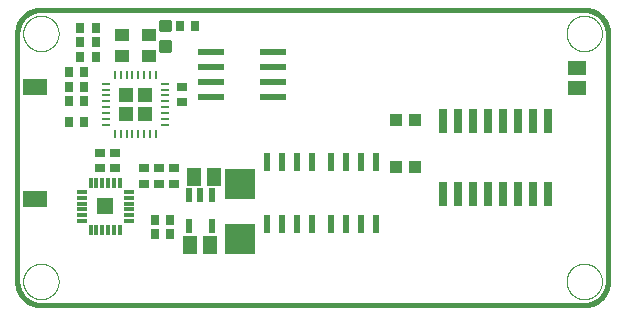
<source format=gtp>
G75*
%MOIN*%
%OFA0B0*%
%FSLAX25Y25*%
%IPPOS*%
%LPD*%
%AMOC8*
5,1,8,0,0,1.08239X$1,22.5*
%
%ADD10C,0.01600*%
%ADD11C,0.00000*%
%ADD12R,0.02362X0.06299*%
%ADD13R,0.05906X0.05118*%
%ADD14R,0.03543X0.02756*%
%ADD15R,0.02165X0.04724*%
%ADD16R,0.10000X0.10000*%
%ADD17R,0.05118X0.05906*%
%ADD18R,0.03937X0.03937*%
%ADD19R,0.01181X0.03346*%
%ADD20R,0.03346X0.01181*%
%ADD21R,0.05315X0.05315*%
%ADD22R,0.02756X0.03543*%
%ADD23R,0.03150X0.01120*%
%ADD24R,0.01120X0.03150*%
%ADD25R,0.05118X0.05118*%
%ADD26R,0.04724X0.04331*%
%ADD27R,0.08700X0.02400*%
%ADD28C,0.01181*%
%ADD29R,0.02600X0.08000*%
%ADD30R,0.07874X0.05512*%
D10*
X0017237Y0029063D02*
X0198339Y0029063D01*
X0198529Y0029065D01*
X0198719Y0029072D01*
X0198909Y0029084D01*
X0199099Y0029100D01*
X0199288Y0029120D01*
X0199477Y0029146D01*
X0199665Y0029175D01*
X0199852Y0029210D01*
X0200038Y0029249D01*
X0200223Y0029292D01*
X0200408Y0029340D01*
X0200591Y0029392D01*
X0200772Y0029448D01*
X0200952Y0029509D01*
X0201131Y0029575D01*
X0201308Y0029644D01*
X0201484Y0029718D01*
X0201657Y0029796D01*
X0201829Y0029879D01*
X0201998Y0029965D01*
X0202166Y0030055D01*
X0202331Y0030150D01*
X0202494Y0030248D01*
X0202654Y0030351D01*
X0202812Y0030457D01*
X0202967Y0030567D01*
X0203120Y0030680D01*
X0203270Y0030798D01*
X0203416Y0030919D01*
X0203560Y0031043D01*
X0203701Y0031171D01*
X0203839Y0031302D01*
X0203974Y0031437D01*
X0204105Y0031575D01*
X0204233Y0031716D01*
X0204357Y0031860D01*
X0204478Y0032006D01*
X0204596Y0032156D01*
X0204709Y0032309D01*
X0204819Y0032464D01*
X0204925Y0032622D01*
X0205028Y0032782D01*
X0205126Y0032945D01*
X0205221Y0033110D01*
X0205311Y0033278D01*
X0205397Y0033447D01*
X0205480Y0033619D01*
X0205558Y0033792D01*
X0205632Y0033968D01*
X0205701Y0034145D01*
X0205767Y0034324D01*
X0205828Y0034504D01*
X0205884Y0034685D01*
X0205936Y0034868D01*
X0205984Y0035053D01*
X0206027Y0035238D01*
X0206066Y0035424D01*
X0206101Y0035611D01*
X0206130Y0035799D01*
X0206156Y0035988D01*
X0206176Y0036177D01*
X0206192Y0036367D01*
X0206204Y0036557D01*
X0206211Y0036747D01*
X0206213Y0036937D01*
X0206213Y0119614D01*
X0206211Y0119804D01*
X0206204Y0119994D01*
X0206192Y0120184D01*
X0206176Y0120374D01*
X0206156Y0120563D01*
X0206130Y0120752D01*
X0206101Y0120940D01*
X0206066Y0121127D01*
X0206027Y0121313D01*
X0205984Y0121498D01*
X0205936Y0121683D01*
X0205884Y0121866D01*
X0205828Y0122047D01*
X0205767Y0122227D01*
X0205701Y0122406D01*
X0205632Y0122583D01*
X0205558Y0122759D01*
X0205480Y0122932D01*
X0205397Y0123104D01*
X0205311Y0123273D01*
X0205221Y0123441D01*
X0205126Y0123606D01*
X0205028Y0123769D01*
X0204925Y0123929D01*
X0204819Y0124087D01*
X0204709Y0124242D01*
X0204596Y0124395D01*
X0204478Y0124545D01*
X0204357Y0124691D01*
X0204233Y0124835D01*
X0204105Y0124976D01*
X0203974Y0125114D01*
X0203839Y0125249D01*
X0203701Y0125380D01*
X0203560Y0125508D01*
X0203416Y0125632D01*
X0203270Y0125753D01*
X0203120Y0125871D01*
X0202967Y0125984D01*
X0202812Y0126094D01*
X0202654Y0126200D01*
X0202494Y0126303D01*
X0202331Y0126401D01*
X0202166Y0126496D01*
X0201998Y0126586D01*
X0201829Y0126672D01*
X0201657Y0126755D01*
X0201484Y0126833D01*
X0201308Y0126907D01*
X0201131Y0126976D01*
X0200952Y0127042D01*
X0200772Y0127103D01*
X0200591Y0127159D01*
X0200408Y0127211D01*
X0200223Y0127259D01*
X0200038Y0127302D01*
X0199852Y0127341D01*
X0199665Y0127376D01*
X0199477Y0127405D01*
X0199288Y0127431D01*
X0199099Y0127451D01*
X0198909Y0127467D01*
X0198719Y0127479D01*
X0198529Y0127486D01*
X0198339Y0127488D01*
X0017237Y0127488D01*
X0017047Y0127486D01*
X0016857Y0127479D01*
X0016667Y0127467D01*
X0016477Y0127451D01*
X0016288Y0127431D01*
X0016099Y0127405D01*
X0015911Y0127376D01*
X0015724Y0127341D01*
X0015538Y0127302D01*
X0015353Y0127259D01*
X0015168Y0127211D01*
X0014985Y0127159D01*
X0014804Y0127103D01*
X0014624Y0127042D01*
X0014445Y0126976D01*
X0014268Y0126907D01*
X0014092Y0126833D01*
X0013919Y0126755D01*
X0013747Y0126672D01*
X0013578Y0126586D01*
X0013410Y0126496D01*
X0013245Y0126401D01*
X0013082Y0126303D01*
X0012922Y0126200D01*
X0012764Y0126094D01*
X0012609Y0125984D01*
X0012456Y0125871D01*
X0012306Y0125753D01*
X0012160Y0125632D01*
X0012016Y0125508D01*
X0011875Y0125380D01*
X0011737Y0125249D01*
X0011602Y0125114D01*
X0011471Y0124976D01*
X0011343Y0124835D01*
X0011219Y0124691D01*
X0011098Y0124545D01*
X0010980Y0124395D01*
X0010867Y0124242D01*
X0010757Y0124087D01*
X0010651Y0123929D01*
X0010548Y0123769D01*
X0010450Y0123606D01*
X0010355Y0123441D01*
X0010265Y0123273D01*
X0010179Y0123104D01*
X0010096Y0122932D01*
X0010018Y0122759D01*
X0009944Y0122583D01*
X0009875Y0122406D01*
X0009809Y0122227D01*
X0009748Y0122047D01*
X0009692Y0121866D01*
X0009640Y0121683D01*
X0009592Y0121498D01*
X0009549Y0121313D01*
X0009510Y0121127D01*
X0009475Y0120940D01*
X0009446Y0120752D01*
X0009420Y0120563D01*
X0009400Y0120374D01*
X0009384Y0120184D01*
X0009372Y0119994D01*
X0009365Y0119804D01*
X0009363Y0119614D01*
X0009363Y0036937D01*
X0009365Y0036747D01*
X0009372Y0036557D01*
X0009384Y0036367D01*
X0009400Y0036177D01*
X0009420Y0035988D01*
X0009446Y0035799D01*
X0009475Y0035611D01*
X0009510Y0035424D01*
X0009549Y0035238D01*
X0009592Y0035053D01*
X0009640Y0034868D01*
X0009692Y0034685D01*
X0009748Y0034504D01*
X0009809Y0034324D01*
X0009875Y0034145D01*
X0009944Y0033968D01*
X0010018Y0033792D01*
X0010096Y0033619D01*
X0010179Y0033447D01*
X0010265Y0033278D01*
X0010355Y0033110D01*
X0010450Y0032945D01*
X0010548Y0032782D01*
X0010651Y0032622D01*
X0010757Y0032464D01*
X0010867Y0032309D01*
X0010980Y0032156D01*
X0011098Y0032006D01*
X0011219Y0031860D01*
X0011343Y0031716D01*
X0011471Y0031575D01*
X0011602Y0031437D01*
X0011737Y0031302D01*
X0011875Y0031171D01*
X0012016Y0031043D01*
X0012160Y0030919D01*
X0012306Y0030798D01*
X0012456Y0030680D01*
X0012609Y0030567D01*
X0012764Y0030457D01*
X0012922Y0030351D01*
X0013082Y0030248D01*
X0013245Y0030150D01*
X0013410Y0030055D01*
X0013578Y0029965D01*
X0013747Y0029879D01*
X0013919Y0029796D01*
X0014092Y0029718D01*
X0014268Y0029644D01*
X0014445Y0029575D01*
X0014624Y0029509D01*
X0014804Y0029448D01*
X0014985Y0029392D01*
X0015168Y0029340D01*
X0015353Y0029292D01*
X0015538Y0029249D01*
X0015724Y0029210D01*
X0015911Y0029175D01*
X0016099Y0029146D01*
X0016288Y0029120D01*
X0016477Y0029100D01*
X0016667Y0029084D01*
X0016857Y0029072D01*
X0017047Y0029065D01*
X0017237Y0029063D01*
D11*
X0011331Y0036937D02*
X0011333Y0037090D01*
X0011339Y0037244D01*
X0011349Y0037397D01*
X0011363Y0037549D01*
X0011381Y0037702D01*
X0011403Y0037853D01*
X0011428Y0038004D01*
X0011458Y0038155D01*
X0011492Y0038305D01*
X0011529Y0038453D01*
X0011570Y0038601D01*
X0011615Y0038747D01*
X0011664Y0038893D01*
X0011717Y0039037D01*
X0011773Y0039179D01*
X0011833Y0039320D01*
X0011897Y0039460D01*
X0011964Y0039598D01*
X0012035Y0039734D01*
X0012110Y0039868D01*
X0012187Y0040000D01*
X0012269Y0040130D01*
X0012353Y0040258D01*
X0012441Y0040384D01*
X0012532Y0040507D01*
X0012626Y0040628D01*
X0012724Y0040746D01*
X0012824Y0040862D01*
X0012928Y0040975D01*
X0013034Y0041086D01*
X0013143Y0041194D01*
X0013255Y0041299D01*
X0013369Y0041400D01*
X0013487Y0041499D01*
X0013606Y0041595D01*
X0013728Y0041688D01*
X0013853Y0041777D01*
X0013980Y0041864D01*
X0014109Y0041946D01*
X0014240Y0042026D01*
X0014373Y0042102D01*
X0014508Y0042175D01*
X0014645Y0042244D01*
X0014784Y0042309D01*
X0014924Y0042371D01*
X0015066Y0042429D01*
X0015209Y0042484D01*
X0015354Y0042535D01*
X0015500Y0042582D01*
X0015647Y0042625D01*
X0015795Y0042664D01*
X0015944Y0042700D01*
X0016094Y0042731D01*
X0016245Y0042759D01*
X0016396Y0042783D01*
X0016549Y0042803D01*
X0016701Y0042819D01*
X0016854Y0042831D01*
X0017007Y0042839D01*
X0017160Y0042843D01*
X0017314Y0042843D01*
X0017467Y0042839D01*
X0017620Y0042831D01*
X0017773Y0042819D01*
X0017925Y0042803D01*
X0018078Y0042783D01*
X0018229Y0042759D01*
X0018380Y0042731D01*
X0018530Y0042700D01*
X0018679Y0042664D01*
X0018827Y0042625D01*
X0018974Y0042582D01*
X0019120Y0042535D01*
X0019265Y0042484D01*
X0019408Y0042429D01*
X0019550Y0042371D01*
X0019690Y0042309D01*
X0019829Y0042244D01*
X0019966Y0042175D01*
X0020101Y0042102D01*
X0020234Y0042026D01*
X0020365Y0041946D01*
X0020494Y0041864D01*
X0020621Y0041777D01*
X0020746Y0041688D01*
X0020868Y0041595D01*
X0020987Y0041499D01*
X0021105Y0041400D01*
X0021219Y0041299D01*
X0021331Y0041194D01*
X0021440Y0041086D01*
X0021546Y0040975D01*
X0021650Y0040862D01*
X0021750Y0040746D01*
X0021848Y0040628D01*
X0021942Y0040507D01*
X0022033Y0040384D01*
X0022121Y0040258D01*
X0022205Y0040130D01*
X0022287Y0040000D01*
X0022364Y0039868D01*
X0022439Y0039734D01*
X0022510Y0039598D01*
X0022577Y0039460D01*
X0022641Y0039320D01*
X0022701Y0039179D01*
X0022757Y0039037D01*
X0022810Y0038893D01*
X0022859Y0038747D01*
X0022904Y0038601D01*
X0022945Y0038453D01*
X0022982Y0038305D01*
X0023016Y0038155D01*
X0023046Y0038004D01*
X0023071Y0037853D01*
X0023093Y0037702D01*
X0023111Y0037549D01*
X0023125Y0037397D01*
X0023135Y0037244D01*
X0023141Y0037090D01*
X0023143Y0036937D01*
X0023141Y0036784D01*
X0023135Y0036630D01*
X0023125Y0036477D01*
X0023111Y0036325D01*
X0023093Y0036172D01*
X0023071Y0036021D01*
X0023046Y0035870D01*
X0023016Y0035719D01*
X0022982Y0035569D01*
X0022945Y0035421D01*
X0022904Y0035273D01*
X0022859Y0035127D01*
X0022810Y0034981D01*
X0022757Y0034837D01*
X0022701Y0034695D01*
X0022641Y0034554D01*
X0022577Y0034414D01*
X0022510Y0034276D01*
X0022439Y0034140D01*
X0022364Y0034006D01*
X0022287Y0033874D01*
X0022205Y0033744D01*
X0022121Y0033616D01*
X0022033Y0033490D01*
X0021942Y0033367D01*
X0021848Y0033246D01*
X0021750Y0033128D01*
X0021650Y0033012D01*
X0021546Y0032899D01*
X0021440Y0032788D01*
X0021331Y0032680D01*
X0021219Y0032575D01*
X0021105Y0032474D01*
X0020987Y0032375D01*
X0020868Y0032279D01*
X0020746Y0032186D01*
X0020621Y0032097D01*
X0020494Y0032010D01*
X0020365Y0031928D01*
X0020234Y0031848D01*
X0020101Y0031772D01*
X0019966Y0031699D01*
X0019829Y0031630D01*
X0019690Y0031565D01*
X0019550Y0031503D01*
X0019408Y0031445D01*
X0019265Y0031390D01*
X0019120Y0031339D01*
X0018974Y0031292D01*
X0018827Y0031249D01*
X0018679Y0031210D01*
X0018530Y0031174D01*
X0018380Y0031143D01*
X0018229Y0031115D01*
X0018078Y0031091D01*
X0017925Y0031071D01*
X0017773Y0031055D01*
X0017620Y0031043D01*
X0017467Y0031035D01*
X0017314Y0031031D01*
X0017160Y0031031D01*
X0017007Y0031035D01*
X0016854Y0031043D01*
X0016701Y0031055D01*
X0016549Y0031071D01*
X0016396Y0031091D01*
X0016245Y0031115D01*
X0016094Y0031143D01*
X0015944Y0031174D01*
X0015795Y0031210D01*
X0015647Y0031249D01*
X0015500Y0031292D01*
X0015354Y0031339D01*
X0015209Y0031390D01*
X0015066Y0031445D01*
X0014924Y0031503D01*
X0014784Y0031565D01*
X0014645Y0031630D01*
X0014508Y0031699D01*
X0014373Y0031772D01*
X0014240Y0031848D01*
X0014109Y0031928D01*
X0013980Y0032010D01*
X0013853Y0032097D01*
X0013728Y0032186D01*
X0013606Y0032279D01*
X0013487Y0032375D01*
X0013369Y0032474D01*
X0013255Y0032575D01*
X0013143Y0032680D01*
X0013034Y0032788D01*
X0012928Y0032899D01*
X0012824Y0033012D01*
X0012724Y0033128D01*
X0012626Y0033246D01*
X0012532Y0033367D01*
X0012441Y0033490D01*
X0012353Y0033616D01*
X0012269Y0033744D01*
X0012187Y0033874D01*
X0012110Y0034006D01*
X0012035Y0034140D01*
X0011964Y0034276D01*
X0011897Y0034414D01*
X0011833Y0034554D01*
X0011773Y0034695D01*
X0011717Y0034837D01*
X0011664Y0034981D01*
X0011615Y0035127D01*
X0011570Y0035273D01*
X0011529Y0035421D01*
X0011492Y0035569D01*
X0011458Y0035719D01*
X0011428Y0035870D01*
X0011403Y0036021D01*
X0011381Y0036172D01*
X0011363Y0036325D01*
X0011349Y0036477D01*
X0011339Y0036630D01*
X0011333Y0036784D01*
X0011331Y0036937D01*
X0011331Y0119614D02*
X0011333Y0119767D01*
X0011339Y0119921D01*
X0011349Y0120074D01*
X0011363Y0120226D01*
X0011381Y0120379D01*
X0011403Y0120530D01*
X0011428Y0120681D01*
X0011458Y0120832D01*
X0011492Y0120982D01*
X0011529Y0121130D01*
X0011570Y0121278D01*
X0011615Y0121424D01*
X0011664Y0121570D01*
X0011717Y0121714D01*
X0011773Y0121856D01*
X0011833Y0121997D01*
X0011897Y0122137D01*
X0011964Y0122275D01*
X0012035Y0122411D01*
X0012110Y0122545D01*
X0012187Y0122677D01*
X0012269Y0122807D01*
X0012353Y0122935D01*
X0012441Y0123061D01*
X0012532Y0123184D01*
X0012626Y0123305D01*
X0012724Y0123423D01*
X0012824Y0123539D01*
X0012928Y0123652D01*
X0013034Y0123763D01*
X0013143Y0123871D01*
X0013255Y0123976D01*
X0013369Y0124077D01*
X0013487Y0124176D01*
X0013606Y0124272D01*
X0013728Y0124365D01*
X0013853Y0124454D01*
X0013980Y0124541D01*
X0014109Y0124623D01*
X0014240Y0124703D01*
X0014373Y0124779D01*
X0014508Y0124852D01*
X0014645Y0124921D01*
X0014784Y0124986D01*
X0014924Y0125048D01*
X0015066Y0125106D01*
X0015209Y0125161D01*
X0015354Y0125212D01*
X0015500Y0125259D01*
X0015647Y0125302D01*
X0015795Y0125341D01*
X0015944Y0125377D01*
X0016094Y0125408D01*
X0016245Y0125436D01*
X0016396Y0125460D01*
X0016549Y0125480D01*
X0016701Y0125496D01*
X0016854Y0125508D01*
X0017007Y0125516D01*
X0017160Y0125520D01*
X0017314Y0125520D01*
X0017467Y0125516D01*
X0017620Y0125508D01*
X0017773Y0125496D01*
X0017925Y0125480D01*
X0018078Y0125460D01*
X0018229Y0125436D01*
X0018380Y0125408D01*
X0018530Y0125377D01*
X0018679Y0125341D01*
X0018827Y0125302D01*
X0018974Y0125259D01*
X0019120Y0125212D01*
X0019265Y0125161D01*
X0019408Y0125106D01*
X0019550Y0125048D01*
X0019690Y0124986D01*
X0019829Y0124921D01*
X0019966Y0124852D01*
X0020101Y0124779D01*
X0020234Y0124703D01*
X0020365Y0124623D01*
X0020494Y0124541D01*
X0020621Y0124454D01*
X0020746Y0124365D01*
X0020868Y0124272D01*
X0020987Y0124176D01*
X0021105Y0124077D01*
X0021219Y0123976D01*
X0021331Y0123871D01*
X0021440Y0123763D01*
X0021546Y0123652D01*
X0021650Y0123539D01*
X0021750Y0123423D01*
X0021848Y0123305D01*
X0021942Y0123184D01*
X0022033Y0123061D01*
X0022121Y0122935D01*
X0022205Y0122807D01*
X0022287Y0122677D01*
X0022364Y0122545D01*
X0022439Y0122411D01*
X0022510Y0122275D01*
X0022577Y0122137D01*
X0022641Y0121997D01*
X0022701Y0121856D01*
X0022757Y0121714D01*
X0022810Y0121570D01*
X0022859Y0121424D01*
X0022904Y0121278D01*
X0022945Y0121130D01*
X0022982Y0120982D01*
X0023016Y0120832D01*
X0023046Y0120681D01*
X0023071Y0120530D01*
X0023093Y0120379D01*
X0023111Y0120226D01*
X0023125Y0120074D01*
X0023135Y0119921D01*
X0023141Y0119767D01*
X0023143Y0119614D01*
X0023141Y0119461D01*
X0023135Y0119307D01*
X0023125Y0119154D01*
X0023111Y0119002D01*
X0023093Y0118849D01*
X0023071Y0118698D01*
X0023046Y0118547D01*
X0023016Y0118396D01*
X0022982Y0118246D01*
X0022945Y0118098D01*
X0022904Y0117950D01*
X0022859Y0117804D01*
X0022810Y0117658D01*
X0022757Y0117514D01*
X0022701Y0117372D01*
X0022641Y0117231D01*
X0022577Y0117091D01*
X0022510Y0116953D01*
X0022439Y0116817D01*
X0022364Y0116683D01*
X0022287Y0116551D01*
X0022205Y0116421D01*
X0022121Y0116293D01*
X0022033Y0116167D01*
X0021942Y0116044D01*
X0021848Y0115923D01*
X0021750Y0115805D01*
X0021650Y0115689D01*
X0021546Y0115576D01*
X0021440Y0115465D01*
X0021331Y0115357D01*
X0021219Y0115252D01*
X0021105Y0115151D01*
X0020987Y0115052D01*
X0020868Y0114956D01*
X0020746Y0114863D01*
X0020621Y0114774D01*
X0020494Y0114687D01*
X0020365Y0114605D01*
X0020234Y0114525D01*
X0020101Y0114449D01*
X0019966Y0114376D01*
X0019829Y0114307D01*
X0019690Y0114242D01*
X0019550Y0114180D01*
X0019408Y0114122D01*
X0019265Y0114067D01*
X0019120Y0114016D01*
X0018974Y0113969D01*
X0018827Y0113926D01*
X0018679Y0113887D01*
X0018530Y0113851D01*
X0018380Y0113820D01*
X0018229Y0113792D01*
X0018078Y0113768D01*
X0017925Y0113748D01*
X0017773Y0113732D01*
X0017620Y0113720D01*
X0017467Y0113712D01*
X0017314Y0113708D01*
X0017160Y0113708D01*
X0017007Y0113712D01*
X0016854Y0113720D01*
X0016701Y0113732D01*
X0016549Y0113748D01*
X0016396Y0113768D01*
X0016245Y0113792D01*
X0016094Y0113820D01*
X0015944Y0113851D01*
X0015795Y0113887D01*
X0015647Y0113926D01*
X0015500Y0113969D01*
X0015354Y0114016D01*
X0015209Y0114067D01*
X0015066Y0114122D01*
X0014924Y0114180D01*
X0014784Y0114242D01*
X0014645Y0114307D01*
X0014508Y0114376D01*
X0014373Y0114449D01*
X0014240Y0114525D01*
X0014109Y0114605D01*
X0013980Y0114687D01*
X0013853Y0114774D01*
X0013728Y0114863D01*
X0013606Y0114956D01*
X0013487Y0115052D01*
X0013369Y0115151D01*
X0013255Y0115252D01*
X0013143Y0115357D01*
X0013034Y0115465D01*
X0012928Y0115576D01*
X0012824Y0115689D01*
X0012724Y0115805D01*
X0012626Y0115923D01*
X0012532Y0116044D01*
X0012441Y0116167D01*
X0012353Y0116293D01*
X0012269Y0116421D01*
X0012187Y0116551D01*
X0012110Y0116683D01*
X0012035Y0116817D01*
X0011964Y0116953D01*
X0011897Y0117091D01*
X0011833Y0117231D01*
X0011773Y0117372D01*
X0011717Y0117514D01*
X0011664Y0117658D01*
X0011615Y0117804D01*
X0011570Y0117950D01*
X0011529Y0118098D01*
X0011492Y0118246D01*
X0011458Y0118396D01*
X0011428Y0118547D01*
X0011403Y0118698D01*
X0011381Y0118849D01*
X0011363Y0119002D01*
X0011349Y0119154D01*
X0011339Y0119307D01*
X0011333Y0119461D01*
X0011331Y0119614D01*
X0192433Y0119614D02*
X0192435Y0119767D01*
X0192441Y0119921D01*
X0192451Y0120074D01*
X0192465Y0120226D01*
X0192483Y0120379D01*
X0192505Y0120530D01*
X0192530Y0120681D01*
X0192560Y0120832D01*
X0192594Y0120982D01*
X0192631Y0121130D01*
X0192672Y0121278D01*
X0192717Y0121424D01*
X0192766Y0121570D01*
X0192819Y0121714D01*
X0192875Y0121856D01*
X0192935Y0121997D01*
X0192999Y0122137D01*
X0193066Y0122275D01*
X0193137Y0122411D01*
X0193212Y0122545D01*
X0193289Y0122677D01*
X0193371Y0122807D01*
X0193455Y0122935D01*
X0193543Y0123061D01*
X0193634Y0123184D01*
X0193728Y0123305D01*
X0193826Y0123423D01*
X0193926Y0123539D01*
X0194030Y0123652D01*
X0194136Y0123763D01*
X0194245Y0123871D01*
X0194357Y0123976D01*
X0194471Y0124077D01*
X0194589Y0124176D01*
X0194708Y0124272D01*
X0194830Y0124365D01*
X0194955Y0124454D01*
X0195082Y0124541D01*
X0195211Y0124623D01*
X0195342Y0124703D01*
X0195475Y0124779D01*
X0195610Y0124852D01*
X0195747Y0124921D01*
X0195886Y0124986D01*
X0196026Y0125048D01*
X0196168Y0125106D01*
X0196311Y0125161D01*
X0196456Y0125212D01*
X0196602Y0125259D01*
X0196749Y0125302D01*
X0196897Y0125341D01*
X0197046Y0125377D01*
X0197196Y0125408D01*
X0197347Y0125436D01*
X0197498Y0125460D01*
X0197651Y0125480D01*
X0197803Y0125496D01*
X0197956Y0125508D01*
X0198109Y0125516D01*
X0198262Y0125520D01*
X0198416Y0125520D01*
X0198569Y0125516D01*
X0198722Y0125508D01*
X0198875Y0125496D01*
X0199027Y0125480D01*
X0199180Y0125460D01*
X0199331Y0125436D01*
X0199482Y0125408D01*
X0199632Y0125377D01*
X0199781Y0125341D01*
X0199929Y0125302D01*
X0200076Y0125259D01*
X0200222Y0125212D01*
X0200367Y0125161D01*
X0200510Y0125106D01*
X0200652Y0125048D01*
X0200792Y0124986D01*
X0200931Y0124921D01*
X0201068Y0124852D01*
X0201203Y0124779D01*
X0201336Y0124703D01*
X0201467Y0124623D01*
X0201596Y0124541D01*
X0201723Y0124454D01*
X0201848Y0124365D01*
X0201970Y0124272D01*
X0202089Y0124176D01*
X0202207Y0124077D01*
X0202321Y0123976D01*
X0202433Y0123871D01*
X0202542Y0123763D01*
X0202648Y0123652D01*
X0202752Y0123539D01*
X0202852Y0123423D01*
X0202950Y0123305D01*
X0203044Y0123184D01*
X0203135Y0123061D01*
X0203223Y0122935D01*
X0203307Y0122807D01*
X0203389Y0122677D01*
X0203466Y0122545D01*
X0203541Y0122411D01*
X0203612Y0122275D01*
X0203679Y0122137D01*
X0203743Y0121997D01*
X0203803Y0121856D01*
X0203859Y0121714D01*
X0203912Y0121570D01*
X0203961Y0121424D01*
X0204006Y0121278D01*
X0204047Y0121130D01*
X0204084Y0120982D01*
X0204118Y0120832D01*
X0204148Y0120681D01*
X0204173Y0120530D01*
X0204195Y0120379D01*
X0204213Y0120226D01*
X0204227Y0120074D01*
X0204237Y0119921D01*
X0204243Y0119767D01*
X0204245Y0119614D01*
X0204243Y0119461D01*
X0204237Y0119307D01*
X0204227Y0119154D01*
X0204213Y0119002D01*
X0204195Y0118849D01*
X0204173Y0118698D01*
X0204148Y0118547D01*
X0204118Y0118396D01*
X0204084Y0118246D01*
X0204047Y0118098D01*
X0204006Y0117950D01*
X0203961Y0117804D01*
X0203912Y0117658D01*
X0203859Y0117514D01*
X0203803Y0117372D01*
X0203743Y0117231D01*
X0203679Y0117091D01*
X0203612Y0116953D01*
X0203541Y0116817D01*
X0203466Y0116683D01*
X0203389Y0116551D01*
X0203307Y0116421D01*
X0203223Y0116293D01*
X0203135Y0116167D01*
X0203044Y0116044D01*
X0202950Y0115923D01*
X0202852Y0115805D01*
X0202752Y0115689D01*
X0202648Y0115576D01*
X0202542Y0115465D01*
X0202433Y0115357D01*
X0202321Y0115252D01*
X0202207Y0115151D01*
X0202089Y0115052D01*
X0201970Y0114956D01*
X0201848Y0114863D01*
X0201723Y0114774D01*
X0201596Y0114687D01*
X0201467Y0114605D01*
X0201336Y0114525D01*
X0201203Y0114449D01*
X0201068Y0114376D01*
X0200931Y0114307D01*
X0200792Y0114242D01*
X0200652Y0114180D01*
X0200510Y0114122D01*
X0200367Y0114067D01*
X0200222Y0114016D01*
X0200076Y0113969D01*
X0199929Y0113926D01*
X0199781Y0113887D01*
X0199632Y0113851D01*
X0199482Y0113820D01*
X0199331Y0113792D01*
X0199180Y0113768D01*
X0199027Y0113748D01*
X0198875Y0113732D01*
X0198722Y0113720D01*
X0198569Y0113712D01*
X0198416Y0113708D01*
X0198262Y0113708D01*
X0198109Y0113712D01*
X0197956Y0113720D01*
X0197803Y0113732D01*
X0197651Y0113748D01*
X0197498Y0113768D01*
X0197347Y0113792D01*
X0197196Y0113820D01*
X0197046Y0113851D01*
X0196897Y0113887D01*
X0196749Y0113926D01*
X0196602Y0113969D01*
X0196456Y0114016D01*
X0196311Y0114067D01*
X0196168Y0114122D01*
X0196026Y0114180D01*
X0195886Y0114242D01*
X0195747Y0114307D01*
X0195610Y0114376D01*
X0195475Y0114449D01*
X0195342Y0114525D01*
X0195211Y0114605D01*
X0195082Y0114687D01*
X0194955Y0114774D01*
X0194830Y0114863D01*
X0194708Y0114956D01*
X0194589Y0115052D01*
X0194471Y0115151D01*
X0194357Y0115252D01*
X0194245Y0115357D01*
X0194136Y0115465D01*
X0194030Y0115576D01*
X0193926Y0115689D01*
X0193826Y0115805D01*
X0193728Y0115923D01*
X0193634Y0116044D01*
X0193543Y0116167D01*
X0193455Y0116293D01*
X0193371Y0116421D01*
X0193289Y0116551D01*
X0193212Y0116683D01*
X0193137Y0116817D01*
X0193066Y0116953D01*
X0192999Y0117091D01*
X0192935Y0117231D01*
X0192875Y0117372D01*
X0192819Y0117514D01*
X0192766Y0117658D01*
X0192717Y0117804D01*
X0192672Y0117950D01*
X0192631Y0118098D01*
X0192594Y0118246D01*
X0192560Y0118396D01*
X0192530Y0118547D01*
X0192505Y0118698D01*
X0192483Y0118849D01*
X0192465Y0119002D01*
X0192451Y0119154D01*
X0192441Y0119307D01*
X0192435Y0119461D01*
X0192433Y0119614D01*
X0192433Y0036937D02*
X0192435Y0037090D01*
X0192441Y0037244D01*
X0192451Y0037397D01*
X0192465Y0037549D01*
X0192483Y0037702D01*
X0192505Y0037853D01*
X0192530Y0038004D01*
X0192560Y0038155D01*
X0192594Y0038305D01*
X0192631Y0038453D01*
X0192672Y0038601D01*
X0192717Y0038747D01*
X0192766Y0038893D01*
X0192819Y0039037D01*
X0192875Y0039179D01*
X0192935Y0039320D01*
X0192999Y0039460D01*
X0193066Y0039598D01*
X0193137Y0039734D01*
X0193212Y0039868D01*
X0193289Y0040000D01*
X0193371Y0040130D01*
X0193455Y0040258D01*
X0193543Y0040384D01*
X0193634Y0040507D01*
X0193728Y0040628D01*
X0193826Y0040746D01*
X0193926Y0040862D01*
X0194030Y0040975D01*
X0194136Y0041086D01*
X0194245Y0041194D01*
X0194357Y0041299D01*
X0194471Y0041400D01*
X0194589Y0041499D01*
X0194708Y0041595D01*
X0194830Y0041688D01*
X0194955Y0041777D01*
X0195082Y0041864D01*
X0195211Y0041946D01*
X0195342Y0042026D01*
X0195475Y0042102D01*
X0195610Y0042175D01*
X0195747Y0042244D01*
X0195886Y0042309D01*
X0196026Y0042371D01*
X0196168Y0042429D01*
X0196311Y0042484D01*
X0196456Y0042535D01*
X0196602Y0042582D01*
X0196749Y0042625D01*
X0196897Y0042664D01*
X0197046Y0042700D01*
X0197196Y0042731D01*
X0197347Y0042759D01*
X0197498Y0042783D01*
X0197651Y0042803D01*
X0197803Y0042819D01*
X0197956Y0042831D01*
X0198109Y0042839D01*
X0198262Y0042843D01*
X0198416Y0042843D01*
X0198569Y0042839D01*
X0198722Y0042831D01*
X0198875Y0042819D01*
X0199027Y0042803D01*
X0199180Y0042783D01*
X0199331Y0042759D01*
X0199482Y0042731D01*
X0199632Y0042700D01*
X0199781Y0042664D01*
X0199929Y0042625D01*
X0200076Y0042582D01*
X0200222Y0042535D01*
X0200367Y0042484D01*
X0200510Y0042429D01*
X0200652Y0042371D01*
X0200792Y0042309D01*
X0200931Y0042244D01*
X0201068Y0042175D01*
X0201203Y0042102D01*
X0201336Y0042026D01*
X0201467Y0041946D01*
X0201596Y0041864D01*
X0201723Y0041777D01*
X0201848Y0041688D01*
X0201970Y0041595D01*
X0202089Y0041499D01*
X0202207Y0041400D01*
X0202321Y0041299D01*
X0202433Y0041194D01*
X0202542Y0041086D01*
X0202648Y0040975D01*
X0202752Y0040862D01*
X0202852Y0040746D01*
X0202950Y0040628D01*
X0203044Y0040507D01*
X0203135Y0040384D01*
X0203223Y0040258D01*
X0203307Y0040130D01*
X0203389Y0040000D01*
X0203466Y0039868D01*
X0203541Y0039734D01*
X0203612Y0039598D01*
X0203679Y0039460D01*
X0203743Y0039320D01*
X0203803Y0039179D01*
X0203859Y0039037D01*
X0203912Y0038893D01*
X0203961Y0038747D01*
X0204006Y0038601D01*
X0204047Y0038453D01*
X0204084Y0038305D01*
X0204118Y0038155D01*
X0204148Y0038004D01*
X0204173Y0037853D01*
X0204195Y0037702D01*
X0204213Y0037549D01*
X0204227Y0037397D01*
X0204237Y0037244D01*
X0204243Y0037090D01*
X0204245Y0036937D01*
X0204243Y0036784D01*
X0204237Y0036630D01*
X0204227Y0036477D01*
X0204213Y0036325D01*
X0204195Y0036172D01*
X0204173Y0036021D01*
X0204148Y0035870D01*
X0204118Y0035719D01*
X0204084Y0035569D01*
X0204047Y0035421D01*
X0204006Y0035273D01*
X0203961Y0035127D01*
X0203912Y0034981D01*
X0203859Y0034837D01*
X0203803Y0034695D01*
X0203743Y0034554D01*
X0203679Y0034414D01*
X0203612Y0034276D01*
X0203541Y0034140D01*
X0203466Y0034006D01*
X0203389Y0033874D01*
X0203307Y0033744D01*
X0203223Y0033616D01*
X0203135Y0033490D01*
X0203044Y0033367D01*
X0202950Y0033246D01*
X0202852Y0033128D01*
X0202752Y0033012D01*
X0202648Y0032899D01*
X0202542Y0032788D01*
X0202433Y0032680D01*
X0202321Y0032575D01*
X0202207Y0032474D01*
X0202089Y0032375D01*
X0201970Y0032279D01*
X0201848Y0032186D01*
X0201723Y0032097D01*
X0201596Y0032010D01*
X0201467Y0031928D01*
X0201336Y0031848D01*
X0201203Y0031772D01*
X0201068Y0031699D01*
X0200931Y0031630D01*
X0200792Y0031565D01*
X0200652Y0031503D01*
X0200510Y0031445D01*
X0200367Y0031390D01*
X0200222Y0031339D01*
X0200076Y0031292D01*
X0199929Y0031249D01*
X0199781Y0031210D01*
X0199632Y0031174D01*
X0199482Y0031143D01*
X0199331Y0031115D01*
X0199180Y0031091D01*
X0199027Y0031071D01*
X0198875Y0031055D01*
X0198722Y0031043D01*
X0198569Y0031035D01*
X0198416Y0031031D01*
X0198262Y0031031D01*
X0198109Y0031035D01*
X0197956Y0031043D01*
X0197803Y0031055D01*
X0197651Y0031071D01*
X0197498Y0031091D01*
X0197347Y0031115D01*
X0197196Y0031143D01*
X0197046Y0031174D01*
X0196897Y0031210D01*
X0196749Y0031249D01*
X0196602Y0031292D01*
X0196456Y0031339D01*
X0196311Y0031390D01*
X0196168Y0031445D01*
X0196026Y0031503D01*
X0195886Y0031565D01*
X0195747Y0031630D01*
X0195610Y0031699D01*
X0195475Y0031772D01*
X0195342Y0031848D01*
X0195211Y0031928D01*
X0195082Y0032010D01*
X0194955Y0032097D01*
X0194830Y0032186D01*
X0194708Y0032279D01*
X0194589Y0032375D01*
X0194471Y0032474D01*
X0194357Y0032575D01*
X0194245Y0032680D01*
X0194136Y0032788D01*
X0194030Y0032899D01*
X0193926Y0033012D01*
X0193826Y0033128D01*
X0193728Y0033246D01*
X0193634Y0033367D01*
X0193543Y0033490D01*
X0193455Y0033616D01*
X0193371Y0033744D01*
X0193289Y0033874D01*
X0193212Y0034006D01*
X0193137Y0034140D01*
X0193066Y0034276D01*
X0192999Y0034414D01*
X0192935Y0034554D01*
X0192875Y0034695D01*
X0192819Y0034837D01*
X0192766Y0034981D01*
X0192717Y0035127D01*
X0192672Y0035273D01*
X0192631Y0035421D01*
X0192594Y0035569D01*
X0192560Y0035719D01*
X0192530Y0035870D01*
X0192505Y0036021D01*
X0192483Y0036172D01*
X0192465Y0036325D01*
X0192451Y0036477D01*
X0192441Y0036630D01*
X0192435Y0036784D01*
X0192433Y0036937D01*
D12*
X0128831Y0056016D03*
X0123831Y0056016D03*
X0118831Y0056016D03*
X0113871Y0056016D03*
X0107572Y0056016D03*
X0102572Y0056016D03*
X0097572Y0056016D03*
X0092611Y0056016D03*
X0092611Y0076913D03*
X0097611Y0076913D03*
X0102611Y0076913D03*
X0107611Y0076913D03*
X0113871Y0076913D03*
X0118871Y0076913D03*
X0123871Y0076913D03*
X0128871Y0076913D03*
D13*
X0195955Y0101526D03*
X0195955Y0108219D03*
D14*
X0064207Y0101824D03*
X0064207Y0096706D03*
X0041843Y0079850D03*
X0036922Y0079850D03*
X0036922Y0074732D03*
X0041843Y0074732D03*
X0051762Y0074619D03*
X0056683Y0074619D03*
X0061605Y0074619D03*
X0061605Y0069501D03*
X0056683Y0069501D03*
X0051762Y0069501D03*
D15*
X0066646Y0065630D03*
X0070387Y0065630D03*
X0074127Y0065630D03*
X0074127Y0055393D03*
X0066646Y0055393D03*
D16*
X0083482Y0050992D03*
X0083482Y0069492D03*
D17*
X0075060Y0071677D03*
X0068367Y0071677D03*
X0067040Y0049001D03*
X0073733Y0049001D03*
D18*
X0135612Y0074963D03*
X0141911Y0074963D03*
X0141911Y0090711D03*
X0135612Y0090711D03*
D19*
X0043615Y0069713D03*
X0041646Y0069713D03*
X0039678Y0069713D03*
X0037709Y0069713D03*
X0035741Y0069713D03*
X0033772Y0069713D03*
X0033772Y0054161D03*
X0035741Y0054161D03*
X0037709Y0054161D03*
X0039678Y0054161D03*
X0041646Y0054161D03*
X0043615Y0054161D03*
D20*
X0046469Y0057016D03*
X0046469Y0058984D03*
X0046469Y0060953D03*
X0046469Y0062921D03*
X0046469Y0064890D03*
X0046469Y0066858D03*
X0030918Y0066858D03*
X0030918Y0064890D03*
X0030918Y0062921D03*
X0030918Y0060953D03*
X0030918Y0058984D03*
X0030918Y0057016D03*
D21*
X0038694Y0061937D03*
D22*
X0055258Y0057530D03*
X0060376Y0057530D03*
X0060376Y0052761D03*
X0055258Y0052761D03*
X0031607Y0090087D03*
X0026489Y0090087D03*
X0026489Y0096976D03*
X0031607Y0096976D03*
X0031607Y0101898D03*
X0026489Y0101898D03*
X0026489Y0106819D03*
X0031607Y0106819D03*
X0030426Y0111740D03*
X0035544Y0111740D03*
X0035544Y0116661D03*
X0030426Y0116661D03*
X0030426Y0121583D03*
X0035544Y0121583D03*
X0063573Y0122187D03*
X0068691Y0122187D03*
D23*
X0058576Y0102882D03*
X0058576Y0100913D03*
X0058576Y0098945D03*
X0058576Y0096976D03*
X0058576Y0095008D03*
X0058576Y0093039D03*
X0058576Y0091071D03*
X0058576Y0089102D03*
X0038891Y0089102D03*
X0038891Y0091071D03*
X0038891Y0093039D03*
X0038891Y0095008D03*
X0038891Y0096976D03*
X0038891Y0098945D03*
X0038891Y0100913D03*
X0038891Y0102882D03*
D24*
X0041843Y0105835D03*
X0043812Y0105835D03*
X0045780Y0105835D03*
X0047749Y0105835D03*
X0049717Y0105835D03*
X0051686Y0105835D03*
X0053654Y0105835D03*
X0055623Y0105835D03*
X0055623Y0086150D03*
X0053654Y0086150D03*
X0051686Y0086150D03*
X0049717Y0086150D03*
X0047749Y0086150D03*
X0045780Y0086150D03*
X0043812Y0086150D03*
X0041843Y0086150D03*
D25*
X0045583Y0092843D03*
X0051883Y0092843D03*
X0051883Y0099142D03*
X0045583Y0099142D03*
D26*
X0044107Y0112232D03*
X0044107Y0119122D03*
X0053359Y0119122D03*
X0053359Y0112232D03*
D27*
X0073866Y0113335D03*
X0073866Y0108335D03*
X0073866Y0103335D03*
X0073866Y0098335D03*
X0094466Y0098335D03*
X0094466Y0103335D03*
X0094466Y0108335D03*
X0094466Y0113335D03*
D28*
X0060176Y0116665D02*
X0057420Y0116665D01*
X0060176Y0116665D02*
X0060176Y0113909D01*
X0057420Y0113909D01*
X0057420Y0116665D01*
X0057420Y0115089D02*
X0060176Y0115089D01*
X0060176Y0116269D02*
X0057420Y0116269D01*
X0057420Y0123571D02*
X0060176Y0123571D01*
X0060176Y0120815D01*
X0057420Y0120815D01*
X0057420Y0123571D01*
X0057420Y0121995D02*
X0060176Y0121995D01*
X0060176Y0123175D02*
X0057420Y0123175D01*
D29*
X0151312Y0090376D03*
X0156312Y0090376D03*
X0161312Y0090376D03*
X0166312Y0090376D03*
X0171312Y0090376D03*
X0176312Y0090376D03*
X0181312Y0090376D03*
X0186312Y0090376D03*
X0186312Y0066176D03*
X0181312Y0066176D03*
X0176312Y0066176D03*
X0171312Y0066176D03*
X0166312Y0066176D03*
X0161312Y0066176D03*
X0156312Y0066176D03*
X0151312Y0066176D03*
D30*
X0015269Y0064496D03*
X0015269Y0101898D03*
M02*

</source>
